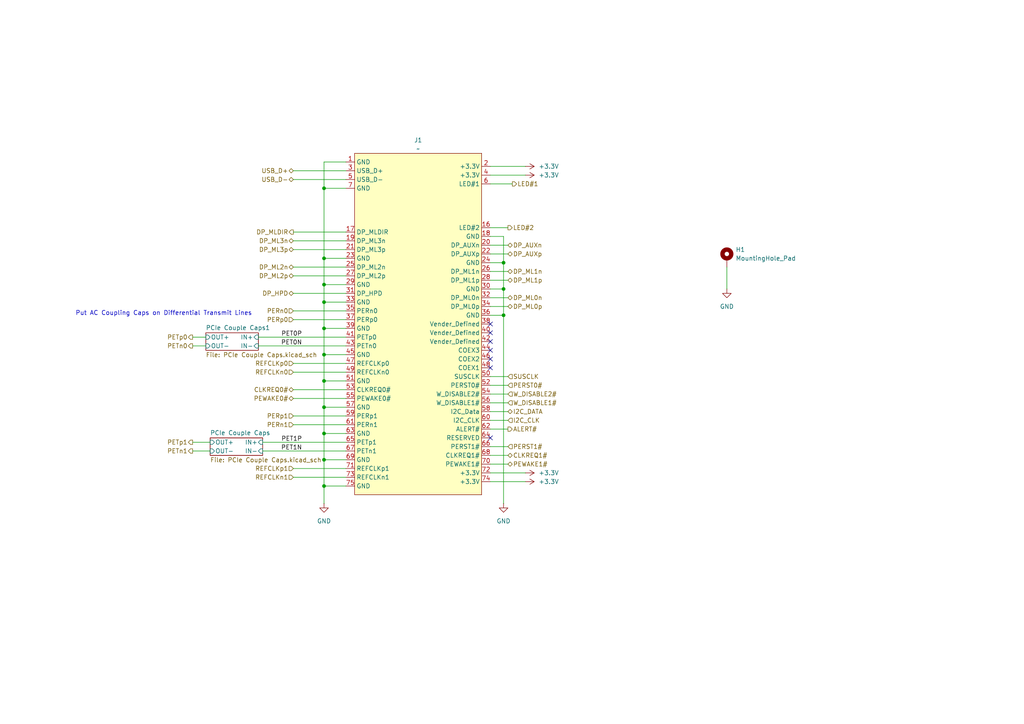
<source format=kicad_sch>
(kicad_sch (version 20250114) (generator "eeschema") (generator_version "9.0")
  (paper "A4")
  (lib_symbols
    (symbol "Mechanical:MountingHole_Pad" (pin_numbers (hide yes)) (pin_names (offset 1.016) (hide yes)) (in_bom no)
      (property "Reference" "H" (at 0 6.35 0))
      (property "Value" "MountingHole_Pad" (at 0 4.445 0))
      (symbol "MountingHole_Pad_0_1"
        (circle (center 0 1.27) (radius 1.27) (stroke (width 1.27)))
      )
      (symbol "MountingHole_Pad_1_1"
        (pin input line (at 0 -2.54 90) (length 2.54) (name "1") (number "1"))
      )
    )
    (symbol "PCIexpress:M.2_A_Key"
      (property "Reference" "J" (at 0 0 0))
      (symbol "M.2_A_Key_0_1"
        (rectangle (start -17.78 -5.08) (end 19.05 -104.14) (fill (type background)))
      )
      (symbol "M.2_A_Key_1_1"
        (pin power_in line (at -20.32 -7.62 0) (length 2.54) (name "GND") (number "1"))
        (pin bidirectional line (at -20.32 -10.16 0) (length 2.54) (name "USB_D+") (number "3"))
        (pin bidirectional line (at -20.32 -12.7 0) (length 2.54) (name "USB_D-") (number "5"))
        (pin power_in line (at -20.32 -15.24 0) (length 2.54) (name "GND") (number "7"))
        (pin output line (at -20.32 -27.94 0) (length 2.54) (name "DP_MLDIR") (number "17"))
        (pin bidirectional line (at -20.32 -30.48 0) (length 2.54) (name "DP_ML3n") (number "19"))
        (pin bidirectional line (at -20.32 -33.02 0) (length 2.54) (name "DP_ML3p") (number "21"))
        (pin power_in line (at -20.32 -35.56 0) (length 2.54) (name "GND") (number "23"))
        (pin bidirectional line (at -20.32 -38.1 0) (length 2.54) (name "DP_ML2n") (number "25"))
        (pin bidirectional line (at -20.32 -40.64 0) (length 2.54) (name "DP_ML2p") (number "27"))
        (pin power_in line (at -20.32 -43.18 0) (length 2.54) (name "GND") (number "29"))
        (pin bidirectional line (at -20.32 -45.72 0) (length 2.54) (name "DP_HPD") (number "31"))
        (pin power_in line (at -20.32 -48.26 0) (length 2.54) (name "GND") (number "33"))
        (pin input line (at -20.32 -50.8 0) (length 2.54) (name "PERn0") (number "35"))
        (pin input line (at -20.32 -53.34 0) (length 2.54) (name "PERp0") (number "37"))
        (pin power_in line (at -20.32 -55.88 0) (length 2.54) (name "GND") (number "39"))
        (pin output line (at -20.32 -58.42 0) (length 2.54) (name "PETp0") (number "41"))
        (pin output line (at -20.32 -60.96 0) (length 2.54) (name "PETn0") (number "43"))
        (pin power_in line (at -20.32 -63.5 0) (length 2.54) (name "GND") (number "45"))
        (pin input line (at -20.32 -66.04 0) (length 2.54) (name "REFCLKp0") (number "47"))
        (pin input line (at -20.32 -68.58 0) (length 2.54) (name "REFCLKn0") (number "49"))
        (pin power_in line (at -20.32 -71.12 0) (length 2.54) (name "GND") (number "51"))
        (pin bidirectional line (at -20.32 -73.66 0) (length 2.54) (name "CLKREQ0#") (number "53"))
        (pin bidirectional line (at -20.32 -76.2 0) (length 2.54) (name "PEWAKE0#") (number "55"))
        (pin power_in line (at -20.32 -78.74 0) (length 2.54) (name "GND") (number "57"))
        (pin input line (at -20.32 -81.28 0) (length 2.54) (name "PERp1") (number "59"))
        (pin input line (at -20.32 -83.82 0) (length 2.54) (name "PERn1") (number "61"))
        (pin power_in line (at -20.32 -86.36 0) (length 2.54) (name "GND") (number "63"))
        (pin output line (at -20.32 -88.9 0) (length 2.54) (name "PETp1") (number "65"))
        (pin output line (at -20.32 -91.44 0) (length 2.54) (name "PETn1") (number "67"))
        (pin passive line (at -20.32 -93.98 0) (length 2.54) (name "GND") (number "69"))
        (pin input line (at -20.32 -96.52 0) (length 2.54) (name "REFCLKp1") (number "71"))
        (pin input line (at -20.32 -99.06 0) (length 2.54) (name "REFCLKn1") (number "73"))
        (pin power_in line (at -20.32 -101.6 0) (length 2.54) (name "GND") (number "75"))
        (pin power_in line (at 21.59 -8.89 180) (length 2.54) (name "+3.3V") (number "2"))
        (pin power_in line (at 21.59 -11.43 180) (length 2.54) (name "+3.3V") (number "4"))
        (pin output line (at 21.59 -13.97 180) (length 2.54) (name "LED#1") (number "6"))
        (pin output line (at 21.59 -26.67 180) (length 2.54) (name "LED#2") (number "16"))
        (pin power_in line (at 21.59 -29.21 180) (length 2.54) (name "GND") (number "18"))
        (pin bidirectional line (at 21.59 -31.75 180) (length 2.54) (name "DP_AUXn") (number "20"))
        (pin bidirectional line (at 21.59 -34.29 180) (length 2.54) (name "DP_AUXp") (number "22"))
        (pin power_in line (at 21.59 -36.83 180) (length 2.54) (name "GND") (number "24"))
        (pin bidirectional line (at 21.59 -39.37 180) (length 2.54) (name "DP_ML1n") (number "26"))
        (pin bidirectional line (at 21.59 -41.91 180) (length 2.54) (name "DP_ML1p") (number "28"))
        (pin power_in line (at 21.59 -44.45 180) (length 2.54) (name "GND") (number "30"))
        (pin bidirectional line (at 21.59 -46.99 180) (length 2.54) (name "DP_ML0n") (number "32"))
        (pin bidirectional line (at 21.59 -49.53 180) (length 2.54) (name "DP_ML0p") (number "34"))
        (pin power_in line (at 21.59 -52.07 180) (length 2.54) (name "GND") (number "36"))
        (pin unspecified line (at 21.59 -54.61 180) (length 2.54) (name "Vender_Defined") (number "38"))
        (pin unspecified line (at 21.59 -57.15 180) (length 2.54) (name "Vender_Defined") (number "40"))
        (pin unspecified line (at 21.59 -59.69 180) (length 2.54) (name "Vender_Defined") (number "42"))
        (pin bidirectional line (at 21.59 -62.23 180) (length 2.54) (name "COEX3") (number "44"))
        (pin bidirectional line (at 21.59 -64.77 180) (length 2.54) (name "COEX2") (number "46"))
        (pin bidirectional line (at 21.59 -67.31 180) (length 2.54) (name "COEX1") (number "48"))
        (pin input line (at 21.59 -69.85 180) (length 2.54) (name "SUSCLK") (number "50"))
        (pin input line (at 21.59 -72.39 180) (length 2.54) (name "PERST0#") (number "52"))
        (pin input line (at 21.59 -74.93 180) (length 2.54) (name "W_DISABLE2#") (number "54"))
        (pin input line (at 21.59 -77.47 180) (length 2.54) (name "W_DISABLE1#") (number "56"))
        (pin bidirectional line (at 21.59 -80.01 180) (length 2.54) (name "I2C_Data") (number "58"))
        (pin input line (at 21.59 -82.55 180) (length 2.54) (name "I2C_CLK") (number "60"))
        (pin output line (at 21.59 -85.09 180) (length 2.54) (name "ALERT#") (number "62"))
        (pin unspecified line (at 21.59 -87.63 180) (length 2.54) (name "RESERVED") (number "64"))
        (pin input line (at 21.59 -90.17 180) (length 2.54) (name "PERST1#") (number "66"))
        (pin bidirectional line (at 21.59 -92.71 180) (length 2.54) (name "CLKREQ1#") (number "68"))
        (pin bidirectional line (at 21.59 -95.25 180) (length 2.54) (name "PEWAKE1#") (number "70"))
        (pin power_in line (at 21.59 -97.79 180) (length 2.54) (name "+3.3V") (number "72"))
        (pin power_in line (at 21.59 -100.33 180) (length 2.54) (name "+3.3V") (number "74"))
      )
    )
    (symbol "power:+3.3V" (power) (pin_numbers (hide yes)) (pin_names (offset 0) (hide yes))
      (property "Value" "+3.3V" (at 0 3.556 0))
      (symbol "+3.3V_0_1"
        (polyline (pts (xy -0.762 1.27) (xy 0 2.54)))
        (polyline (pts (xy 0 2.54) (xy 0.762 1.27)))
        (polyline (pts (xy 0 0) (xy 0 2.54)))
      )
      (symbol "+3.3V_1_1"
        (pin power_in line (at 0 0 90) (length 0) (name "~") (number "1"))
      )
    )
    (symbol "power:GND" (power) (pin_numbers (hide yes)) (pin_names (offset 0) (hide yes))
      (property "Value" "GND" (at 0 -3.81 0))
      (symbol "GND_0_1"
        (polyline (pts (xy 0 0) (xy 0 -1.27) (xy 1.27 -1.27) (xy 0 -2.54) (xy -1.27 -1.27) (xy 0 -1.27)))
      )
      (symbol "GND_1_1"
        (pin power_in line (at 0 0 270) (length 0) (name "~") (number "1"))
      )
    )
  )
  (text "Put AC Coupling Caps on Differential Transmit Lines" (at 47.498 90.932 0) (effects (font (size 1.27 1.27))))
  (junction (at 93.98 102.87))
  (junction (at 93.98 110.49))
  (junction (at 146.05 91.44))
  (junction (at 93.98 74.93))
  (junction (at 93.98 87.63))
  (junction (at 146.05 83.82))
  (junction (at 93.98 140.97))
  (junction (at 93.98 54.61))
  (junction (at 93.98 118.11))
  (junction (at 93.98 95.25))
  (junction (at 93.98 125.73))
  (junction (at 93.98 82.55))
  (junction (at 146.05 76.2))
  (junction (at 93.98 133.35))
  (no_connect (at 142.24 101.6))
  (no_connect (at 142.24 127))
  (no_connect (at 142.24 104.14))
  (no_connect (at 142.24 106.68))
  (no_connect (at 142.24 96.52))
  (no_connect (at 142.24 99.06))
  (no_connect (at 142.24 93.98))
  (wire (pts (xy 142.24 86.36) (xy 147.32 86.36)))
  (wire (pts (xy 93.98 118.11) (xy 93.98 125.73)))
  (wire (pts (xy 146.05 83.82) (xy 146.05 91.44)))
  (wire (pts (xy 76.2 128.27) (xy 100.33 128.27)))
  (wire (pts (xy 93.98 133.35) (xy 93.98 140.97)))
  (wire (pts (xy 93.98 110.49) (xy 93.98 118.11)))
  (wire (pts (xy 93.98 54.61) (xy 93.98 74.93)))
  (wire (pts (xy 74.93 100.33) (xy 100.33 100.33)))
  (wire (pts (xy 210.82 77.47) (xy 210.82 83.82)))
  (wire (pts (xy 142.24 48.26) (xy 152.4 48.26)))
  (wire (pts (xy 142.24 71.12) (xy 147.32 71.12)))
  (wire (pts (xy 85.09 120.65) (xy 100.33 120.65)))
  (wire (pts (xy 100.33 140.97) (xy 93.98 140.97)))
  (wire (pts (xy 142.24 111.76) (xy 147.32 111.76)))
  (wire (pts (xy 142.24 66.04) (xy 147.32 66.04)))
  (wire (pts (xy 93.98 102.87) (xy 93.98 110.49)))
  (wire (pts (xy 85.09 90.17) (xy 100.33 90.17)))
  (wire (pts (xy 100.33 46.99) (xy 93.98 46.99)))
  (wire (pts (xy 142.24 119.38) (xy 147.32 119.38)))
  (wire (pts (xy 100.33 82.55) (xy 93.98 82.55)))
  (wire (pts (xy 142.24 76.2) (xy 146.05 76.2)))
  (wire (pts (xy 93.98 74.93) (xy 93.98 82.55)))
  (wire (pts (xy 100.33 74.93) (xy 93.98 74.93)))
  (wire (pts (xy 85.09 49.53) (xy 100.33 49.53)))
  (wire (pts (xy 74.93 97.79) (xy 100.33 97.79)))
  (wire (pts (xy 93.98 46.99) (xy 93.98 54.61)))
  (wire (pts (xy 142.24 68.58) (xy 146.05 68.58)))
  (wire (pts (xy 100.33 110.49) (xy 93.98 110.49)))
  (wire (pts (xy 100.33 118.11) (xy 93.98 118.11)))
  (wire (pts (xy 85.09 52.07) (xy 100.33 52.07)))
  (wire (pts (xy 100.33 125.73) (xy 93.98 125.73)))
  (wire (pts (xy 142.24 91.44) (xy 146.05 91.44)))
  (wire (pts (xy 142.24 81.28) (xy 147.32 81.28)))
  (wire (pts (xy 55.88 100.33) (xy 59.69 100.33)))
  (wire (pts (xy 142.24 121.92) (xy 147.32 121.92)))
  (wire (pts (xy 100.33 54.61) (xy 93.98 54.61)))
  (wire (pts (xy 85.09 80.01) (xy 100.33 80.01)))
  (wire (pts (xy 55.88 128.27) (xy 60.96 128.27)))
  (wire (pts (xy 142.24 114.3) (xy 147.32 114.3)))
  (wire (pts (xy 55.88 97.79) (xy 59.69 97.79)))
  (wire (pts (xy 142.24 53.34) (xy 148.59 53.34)))
  (wire (pts (xy 85.09 77.47) (xy 100.33 77.47)))
  (wire (pts (xy 93.98 82.55) (xy 93.98 87.63)))
  (wire (pts (xy 100.33 87.63) (xy 93.98 87.63)))
  (wire (pts (xy 142.24 132.08) (xy 147.32 132.08)))
  (wire (pts (xy 85.09 92.71) (xy 100.33 92.71)))
  (wire (pts (xy 142.24 78.74) (xy 147.32 78.74)))
  (wire (pts (xy 142.24 83.82) (xy 146.05 83.82)))
  (wire (pts (xy 142.24 124.46) (xy 147.32 124.46)))
  (wire (pts (xy 142.24 50.8) (xy 152.4 50.8)))
  (wire (pts (xy 146.05 91.44) (xy 146.05 146.05)))
  (wire (pts (xy 85.09 105.41) (xy 100.33 105.41)))
  (wire (pts (xy 142.24 109.22) (xy 147.32 109.22)))
  (wire (pts (xy 93.98 87.63) (xy 93.98 95.25)))
  (wire (pts (xy 142.24 134.62) (xy 147.32 134.62)))
  (wire (pts (xy 85.09 113.03) (xy 100.33 113.03)))
  (wire (pts (xy 142.24 137.16) (xy 152.4 137.16)))
  (wire (pts (xy 55.88 130.81) (xy 60.96 130.81)))
  (wire (pts (xy 146.05 76.2) (xy 146.05 83.82)))
  (wire (pts (xy 85.09 67.31) (xy 100.33 67.31)))
  (wire (pts (xy 142.24 73.66) (xy 147.32 73.66)))
  (wire (pts (xy 85.09 69.85) (xy 100.33 69.85)))
  (wire (pts (xy 85.09 85.09) (xy 100.33 85.09)))
  (wire (pts (xy 142.24 116.84) (xy 147.32 116.84)))
  (wire (pts (xy 93.98 95.25) (xy 93.98 102.87)))
  (wire (pts (xy 85.09 115.57) (xy 100.33 115.57)))
  (wire (pts (xy 100.33 102.87) (xy 93.98 102.87)))
  (wire (pts (xy 100.33 133.35) (xy 93.98 133.35)))
  (wire (pts (xy 142.24 139.7) (xy 152.4 139.7)))
  (wire (pts (xy 85.09 135.89) (xy 100.33 135.89)))
  (wire (pts (xy 85.09 138.43) (xy 100.33 138.43)))
  (wire (pts (xy 85.09 123.19) (xy 100.33 123.19)))
  (wire (pts (xy 142.24 129.54) (xy 147.32 129.54)))
  (wire (pts (xy 76.2 130.81) (xy 100.33 130.81)))
  (wire (pts (xy 93.98 125.73) (xy 93.98 133.35)))
  (wire (pts (xy 100.33 95.25) (xy 93.98 95.25)))
  (wire (pts (xy 85.09 72.39) (xy 100.33 72.39)))
  (wire (pts (xy 142.24 88.9) (xy 147.32 88.9)))
  (wire (pts (xy 85.09 107.95) (xy 100.33 107.95)))
  (wire (pts (xy 93.98 140.97) (xy 93.98 146.05)))
  (wire (pts (xy 146.05 68.58) (xy 146.05 76.2)))
  (label "PET0P" (at 87.63 97.79 180))
  (label "PET1N" (at 87.63 130.81 180))
  (label "PET0N" (at 87.63 100.33 180))
  (label "PET1P" (at 87.63 128.27 180))
  (hierarchical_label "USB_D-" (shape bidirectional) (at 85.09 52.07 180))
  (hierarchical_label "LED#2" (shape output) (at 147.32 66.04 0))
  (hierarchical_label "PERST1#" (shape input) (at 147.32 129.54 0))
  (hierarchical_label "DP_AUXn" (shape bidirectional) (at 147.32 71.12 0))
  (hierarchical_label "PEWAKE1#" (shape bidirectional) (at 147.32 134.62 0))
  (hierarchical_label "CLKREQ1#" (shape bidirectional) (at 147.32 132.08 0))
  (hierarchical_label "REFCLKn0" (shape input) (at 85.09 107.95 180))
  (hierarchical_label "PETn1" (shape output) (at 55.88 130.81 180))
  (hierarchical_label "REFCLKn1" (shape input) (at 85.09 138.43 180))
  (hierarchical_label "DP_ML1p" (shape bidirectional) (at 147.32 81.28 0))
  (hierarchical_label "REFCLKp0" (shape input) (at 85.09 105.41 180))
  (hierarchical_label "PERp1" (shape input) (at 85.09 120.65 180))
  (hierarchical_label "SUSCLK" (shape input) (at 147.32 109.22 0))
  (hierarchical_label "USB_D+" (shape bidirectional) (at 85.09 49.53 180))
  (hierarchical_label "DP_ML0p" (shape bidirectional) (at 147.32 88.9 0))
  (hierarchical_label "PEWAKE0#" (shape bidirectional) (at 85.09 115.57 180))
  (hierarchical_label "DP_ML0n" (shape bidirectional) (at 147.32 86.36 0))
  (hierarchical_label "PERn1" (shape input) (at 85.09 123.19 180))
  (hierarchical_label "DP_MLDIR" (shape output) (at 85.09 67.31 180))
  (hierarchical_label "LED#1" (shape output) (at 148.59 53.34 0))
  (hierarchical_label "DP_ML3p" (shape bidirectional) (at 85.09 72.39 180))
  (hierarchical_label "DP_ML3n" (shape bidirectional) (at 85.09 69.85 180))
  (hierarchical_label "DP_ML2p" (shape bidirectional) (at 85.09 80.01 180))
  (hierarchical_label "PERp0" (shape input) (at 85.09 92.71 180))
  (hierarchical_label "W_DISABLE2#" (shape input) (at 147.32 114.3 0))
  (hierarchical_label "PETp1" (shape output) (at 55.88 128.27 180))
  (hierarchical_label "DP_ML1n" (shape bidirectional) (at 147.32 78.74 0))
  (hierarchical_label "PETp0" (shape output) (at 55.88 97.79 180))
  (hierarchical_label "W_DISABLE1#" (shape input) (at 147.32 116.84 0))
  (hierarchical_label "REFCLKp1" (shape input) (at 85.09 135.89 180))
  (hierarchical_label "PERn0" (shape input) (at 85.09 90.17 180))
  (hierarchical_label "I2C_DATA" (shape bidirectional) (at 147.32 119.38 0))
  (hierarchical_label "I2C_CLK" (shape input) (at 147.32 121.92 0))
  (hierarchical_label "ALERT#" (shape output) (at 147.32 124.46 0))
  (hierarchical_label "DP_HPD" (shape bidirectional) (at 85.09 85.09 180))
  (hierarchical_label "PERST0#" (shape input) (at 147.32 111.76 0))
  (hierarchical_label "DP_ML2n" (shape bidirectional) (at 85.09 77.47 180))
  (hierarchical_label "CLKREQ0#" (shape bidirectional) (at 85.09 113.03 180))
  (hierarchical_label "PETn0" (shape output) (at 55.88 100.33 180))
  (hierarchical_label "DP_AUXp" (shape bidirectional) (at 147.32 73.66 0))
  (symbol (lib_id "power:+3.3V") (at 152.4 137.16 270) (unit 1)
    (property "Reference" "#PWR05" (effects (hide yes)))
    (property "Value" "+3.3V" (at 156.21 137.1599 90) (effects (justify left)))
    (property "Description" "Power symbol creates a global label with name \"+3.3V\"" (effects (hide yes)))
  )
  (symbol (lib_id "PCIexpress:M.2_A_Key") (at 120.65 39.37 0) (unit 1)
    (property "Reference" "J1" (at 121.285 40.64 0))
    (property "Value" "~" (at 121.285 43.18 0))
    (property "Footprint" "PCIexpress:M.2 A Key Connector" (effects (hide yes)))
    (property "Note" "Check PCIe M.2 Specification for Pin Alt mode functions. Check your socket pinout for pin functions." (effects (hide yes)))
  )
  (symbol (lib_id "power:GND") (at 93.98 146.05 0) (unit 1)
    (property "Reference" "#PWR01" (effects (hide yes)))
    (property "Value" "GND" (at 93.98 151.13 0))
    (property "Description" "Power symbol creates a global label with name \"GND\" , ground" (effects (hide yes)))
  )
  (symbol (lib_id "power:+3.3V") (at 152.4 50.8 270) (unit 1)
    (property "Reference" "#PWR04" (effects (hide yes)))
    (property "Value" "+3.3V" (at 156.21 50.7999 90) (effects (justify left)))
    (property "Description" "Power symbol creates a global label with name \"+3.3V\"" (effects (hide yes)))
  )
  (symbol (lib_id "power:GND") (at 210.82 83.82 0) (unit 1)
    (property "Reference" "#PWR07" (effects (hide yes)))
    (property "Value" "GND" (at 210.82 88.9 0))
    (property "Description" "Power symbol creates a global label with name \"GND\" , ground" (effects (hide yes)))
  )
  (symbol (lib_id "power:+3.3V") (at 152.4 48.26 270) (unit 1)
    (property "Reference" "#PWR03" (effects (hide yes)))
    (property "Value" "+3.3V" (at 156.21 48.2599 90) (effects (justify left)))
    (property "Description" "Power symbol creates a global label with name \"+3.3V\"" (effects (hide yes)))
  )
  (symbol (lib_id "power:+3.3V") (at 152.4 139.7 270) (unit 1)
    (property "Reference" "#PWR06" (effects (hide yes)))
    (property "Value" "+3.3V" (at 156.21 139.6999 90) (effects (justify left)))
    (property "Description" "Power symbol creates a global label with name \"+3.3V\"" (effects (hide yes)))
  )
  (symbol (lib_id "power:GND") (at 146.05 146.05 0) (unit 1)
    (property "Reference" "#PWR02" (effects (hide yes)))
    (property "Value" "GND" (at 146.05 151.13 0))
    (property "Description" "Power symbol creates a global label with name \"GND\" , ground" (effects (hide yes)))
  )
  (symbol (lib_id "Mechanical:MountingHole_Pad") (at 210.82 74.93 0) (unit 1) (in_bom no)
    (property "Reference" "H1" (at 213.36 72.3899 0) (effects (justify left)))
    (property "Value" "MountingHole_Pad" (at 213.36 74.9299 0) (effects (justify left)))
    (property "Footprint" "PCIexpress:M.2 Mounting Pad" (effects (hide yes)))
    (property "Description" "Mounting Hole with connection" (effects (hide yes)))
  )
  (sheet (at 59.69 96.52) (size 15.24 5.08) (stroke (width 0.1524))
    (property "Sheetname" "PCIe Couple Caps1" (at 59.69 95.8084 0) (effects (justify left bottom)))
    (property "Sheetfile" "PCIe Couple Caps.kicad_sch" (at 59.69 102.1846 0) (effects (justify left top)))
    (pin "OUT-" input (at 59.69 100.33 180))
    (pin "IN+" input (at 74.93 97.79 0))
    (pin "OUT+" input (at 59.69 97.79 180))
    (pin "IN-" input (at 74.93 100.33 0))
  )
  (sheet (at 60.96 127) (size 15.24 5.08) (stroke (width 0.1524))
    (property "Sheetname" "PCIe Couple Caps" (at 60.96 126.2884 0) (effects (justify left bottom)))
    (property "Sheetfile" "PCIe Couple Caps.kicad_sch" (at 60.96 132.6646 0) (effects (justify left top)))
    (pin "OUT-" input (at 60.96 130.81 180))
    (pin "IN+" input (at 76.2 128.27 0))
    (pin "OUT+" input (at 60.96 128.27 180))
    (pin "IN-" input (at 76.2 130.81 0))
  )
)
</source>
